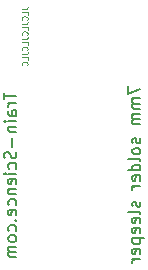
<source format=gbr>
%TF.GenerationSoftware,KiCad,Pcbnew,7.0.7*%
%TF.CreationDate,2023-10-04T11:27:22+02:00*%
%TF.ProjectId,_7mm_sleeper,5f376d6d-5f73-46c6-9565-7065722e6b69,rev?*%
%TF.SameCoordinates,Original*%
%TF.FileFunction,Legend,Bot*%
%TF.FilePolarity,Positive*%
%FSLAX46Y46*%
G04 Gerber Fmt 4.6, Leading zero omitted, Abs format (unit mm)*
G04 Created by KiCad (PCBNEW 7.0.7) date 2023-10-04 11:27:22*
%MOMM*%
%LPD*%
G01*
G04 APERTURE LIST*
%ADD10C,0.150000*%
%ADD11C,0.075000*%
G04 APERTURE END LIST*
D10*
X119869819Y-90041541D02*
X119869819Y-90708207D01*
X119869819Y-90708207D02*
X120869819Y-90279636D01*
X120869819Y-91089160D02*
X120203152Y-91089160D01*
X120298390Y-91089160D02*
X120250771Y-91136779D01*
X120250771Y-91136779D02*
X120203152Y-91232017D01*
X120203152Y-91232017D02*
X120203152Y-91374874D01*
X120203152Y-91374874D02*
X120250771Y-91470112D01*
X120250771Y-91470112D02*
X120346009Y-91517731D01*
X120346009Y-91517731D02*
X120869819Y-91517731D01*
X120346009Y-91517731D02*
X120250771Y-91565350D01*
X120250771Y-91565350D02*
X120203152Y-91660588D01*
X120203152Y-91660588D02*
X120203152Y-91803445D01*
X120203152Y-91803445D02*
X120250771Y-91898684D01*
X120250771Y-91898684D02*
X120346009Y-91946303D01*
X120346009Y-91946303D02*
X120869819Y-91946303D01*
X120869819Y-92422493D02*
X120203152Y-92422493D01*
X120298390Y-92422493D02*
X120250771Y-92470112D01*
X120250771Y-92470112D02*
X120203152Y-92565350D01*
X120203152Y-92565350D02*
X120203152Y-92708207D01*
X120203152Y-92708207D02*
X120250771Y-92803445D01*
X120250771Y-92803445D02*
X120346009Y-92851064D01*
X120346009Y-92851064D02*
X120869819Y-92851064D01*
X120346009Y-92851064D02*
X120250771Y-92898683D01*
X120250771Y-92898683D02*
X120203152Y-92993921D01*
X120203152Y-92993921D02*
X120203152Y-93136778D01*
X120203152Y-93136778D02*
X120250771Y-93232017D01*
X120250771Y-93232017D02*
X120346009Y-93279636D01*
X120346009Y-93279636D02*
X120869819Y-93279636D01*
X120822200Y-94470112D02*
X120869819Y-94565350D01*
X120869819Y-94565350D02*
X120869819Y-94755826D01*
X120869819Y-94755826D02*
X120822200Y-94851064D01*
X120822200Y-94851064D02*
X120726961Y-94898683D01*
X120726961Y-94898683D02*
X120679342Y-94898683D01*
X120679342Y-94898683D02*
X120584104Y-94851064D01*
X120584104Y-94851064D02*
X120536485Y-94755826D01*
X120536485Y-94755826D02*
X120536485Y-94612969D01*
X120536485Y-94612969D02*
X120488866Y-94517731D01*
X120488866Y-94517731D02*
X120393628Y-94470112D01*
X120393628Y-94470112D02*
X120346009Y-94470112D01*
X120346009Y-94470112D02*
X120250771Y-94517731D01*
X120250771Y-94517731D02*
X120203152Y-94612969D01*
X120203152Y-94612969D02*
X120203152Y-94755826D01*
X120203152Y-94755826D02*
X120250771Y-94851064D01*
X120869819Y-95470112D02*
X120822200Y-95374874D01*
X120822200Y-95374874D02*
X120774580Y-95327255D01*
X120774580Y-95327255D02*
X120679342Y-95279636D01*
X120679342Y-95279636D02*
X120393628Y-95279636D01*
X120393628Y-95279636D02*
X120298390Y-95327255D01*
X120298390Y-95327255D02*
X120250771Y-95374874D01*
X120250771Y-95374874D02*
X120203152Y-95470112D01*
X120203152Y-95470112D02*
X120203152Y-95612969D01*
X120203152Y-95612969D02*
X120250771Y-95708207D01*
X120250771Y-95708207D02*
X120298390Y-95755826D01*
X120298390Y-95755826D02*
X120393628Y-95803445D01*
X120393628Y-95803445D02*
X120679342Y-95803445D01*
X120679342Y-95803445D02*
X120774580Y-95755826D01*
X120774580Y-95755826D02*
X120822200Y-95708207D01*
X120822200Y-95708207D02*
X120869819Y-95612969D01*
X120869819Y-95612969D02*
X120869819Y-95470112D01*
X120869819Y-96374874D02*
X120822200Y-96279636D01*
X120822200Y-96279636D02*
X120726961Y-96232017D01*
X120726961Y-96232017D02*
X119869819Y-96232017D01*
X120869819Y-97184398D02*
X119869819Y-97184398D01*
X120822200Y-97184398D02*
X120869819Y-97089160D01*
X120869819Y-97089160D02*
X120869819Y-96898684D01*
X120869819Y-96898684D02*
X120822200Y-96803446D01*
X120822200Y-96803446D02*
X120774580Y-96755827D01*
X120774580Y-96755827D02*
X120679342Y-96708208D01*
X120679342Y-96708208D02*
X120393628Y-96708208D01*
X120393628Y-96708208D02*
X120298390Y-96755827D01*
X120298390Y-96755827D02*
X120250771Y-96803446D01*
X120250771Y-96803446D02*
X120203152Y-96898684D01*
X120203152Y-96898684D02*
X120203152Y-97089160D01*
X120203152Y-97089160D02*
X120250771Y-97184398D01*
X120822200Y-98041541D02*
X120869819Y-97946303D01*
X120869819Y-97946303D02*
X120869819Y-97755827D01*
X120869819Y-97755827D02*
X120822200Y-97660589D01*
X120822200Y-97660589D02*
X120726961Y-97612970D01*
X120726961Y-97612970D02*
X120346009Y-97612970D01*
X120346009Y-97612970D02*
X120250771Y-97660589D01*
X120250771Y-97660589D02*
X120203152Y-97755827D01*
X120203152Y-97755827D02*
X120203152Y-97946303D01*
X120203152Y-97946303D02*
X120250771Y-98041541D01*
X120250771Y-98041541D02*
X120346009Y-98089160D01*
X120346009Y-98089160D02*
X120441247Y-98089160D01*
X120441247Y-98089160D02*
X120536485Y-97612970D01*
X120869819Y-98517732D02*
X120203152Y-98517732D01*
X120393628Y-98517732D02*
X120298390Y-98565351D01*
X120298390Y-98565351D02*
X120250771Y-98612970D01*
X120250771Y-98612970D02*
X120203152Y-98708208D01*
X120203152Y-98708208D02*
X120203152Y-98803446D01*
X120822200Y-99851066D02*
X120869819Y-99946304D01*
X120869819Y-99946304D02*
X120869819Y-100136780D01*
X120869819Y-100136780D02*
X120822200Y-100232018D01*
X120822200Y-100232018D02*
X120726961Y-100279637D01*
X120726961Y-100279637D02*
X120679342Y-100279637D01*
X120679342Y-100279637D02*
X120584104Y-100232018D01*
X120584104Y-100232018D02*
X120536485Y-100136780D01*
X120536485Y-100136780D02*
X120536485Y-99993923D01*
X120536485Y-99993923D02*
X120488866Y-99898685D01*
X120488866Y-99898685D02*
X120393628Y-99851066D01*
X120393628Y-99851066D02*
X120346009Y-99851066D01*
X120346009Y-99851066D02*
X120250771Y-99898685D01*
X120250771Y-99898685D02*
X120203152Y-99993923D01*
X120203152Y-99993923D02*
X120203152Y-100136780D01*
X120203152Y-100136780D02*
X120250771Y-100232018D01*
X120869819Y-100851066D02*
X120822200Y-100755828D01*
X120822200Y-100755828D02*
X120726961Y-100708209D01*
X120726961Y-100708209D02*
X119869819Y-100708209D01*
X120822200Y-101612971D02*
X120869819Y-101517733D01*
X120869819Y-101517733D02*
X120869819Y-101327257D01*
X120869819Y-101327257D02*
X120822200Y-101232019D01*
X120822200Y-101232019D02*
X120726961Y-101184400D01*
X120726961Y-101184400D02*
X120346009Y-101184400D01*
X120346009Y-101184400D02*
X120250771Y-101232019D01*
X120250771Y-101232019D02*
X120203152Y-101327257D01*
X120203152Y-101327257D02*
X120203152Y-101517733D01*
X120203152Y-101517733D02*
X120250771Y-101612971D01*
X120250771Y-101612971D02*
X120346009Y-101660590D01*
X120346009Y-101660590D02*
X120441247Y-101660590D01*
X120441247Y-101660590D02*
X120536485Y-101184400D01*
X120822200Y-102470114D02*
X120869819Y-102374876D01*
X120869819Y-102374876D02*
X120869819Y-102184400D01*
X120869819Y-102184400D02*
X120822200Y-102089162D01*
X120822200Y-102089162D02*
X120726961Y-102041543D01*
X120726961Y-102041543D02*
X120346009Y-102041543D01*
X120346009Y-102041543D02*
X120250771Y-102089162D01*
X120250771Y-102089162D02*
X120203152Y-102184400D01*
X120203152Y-102184400D02*
X120203152Y-102374876D01*
X120203152Y-102374876D02*
X120250771Y-102470114D01*
X120250771Y-102470114D02*
X120346009Y-102517733D01*
X120346009Y-102517733D02*
X120441247Y-102517733D01*
X120441247Y-102517733D02*
X120536485Y-102041543D01*
X120203152Y-102946305D02*
X121203152Y-102946305D01*
X120250771Y-102946305D02*
X120203152Y-103041543D01*
X120203152Y-103041543D02*
X120203152Y-103232019D01*
X120203152Y-103232019D02*
X120250771Y-103327257D01*
X120250771Y-103327257D02*
X120298390Y-103374876D01*
X120298390Y-103374876D02*
X120393628Y-103422495D01*
X120393628Y-103422495D02*
X120679342Y-103422495D01*
X120679342Y-103422495D02*
X120774580Y-103374876D01*
X120774580Y-103374876D02*
X120822200Y-103327257D01*
X120822200Y-103327257D02*
X120869819Y-103232019D01*
X120869819Y-103232019D02*
X120869819Y-103041543D01*
X120869819Y-103041543D02*
X120822200Y-102946305D01*
X120822200Y-104232019D02*
X120869819Y-104136781D01*
X120869819Y-104136781D02*
X120869819Y-103946305D01*
X120869819Y-103946305D02*
X120822200Y-103851067D01*
X120822200Y-103851067D02*
X120726961Y-103803448D01*
X120726961Y-103803448D02*
X120346009Y-103803448D01*
X120346009Y-103803448D02*
X120250771Y-103851067D01*
X120250771Y-103851067D02*
X120203152Y-103946305D01*
X120203152Y-103946305D02*
X120203152Y-104136781D01*
X120203152Y-104136781D02*
X120250771Y-104232019D01*
X120250771Y-104232019D02*
X120346009Y-104279638D01*
X120346009Y-104279638D02*
X120441247Y-104279638D01*
X120441247Y-104279638D02*
X120536485Y-103803448D01*
X120869819Y-104708210D02*
X120203152Y-104708210D01*
X120393628Y-104708210D02*
X120298390Y-104755829D01*
X120298390Y-104755829D02*
X120250771Y-104803448D01*
X120250771Y-104803448D02*
X120203152Y-104898686D01*
X120203152Y-104898686D02*
X120203152Y-104993924D01*
X109369819Y-90593922D02*
X109369819Y-91165350D01*
X110369819Y-90879636D02*
X109369819Y-90879636D01*
X110369819Y-91498684D02*
X109703152Y-91498684D01*
X109893628Y-91498684D02*
X109798390Y-91546303D01*
X109798390Y-91546303D02*
X109750771Y-91593922D01*
X109750771Y-91593922D02*
X109703152Y-91689160D01*
X109703152Y-91689160D02*
X109703152Y-91784398D01*
X110369819Y-92546303D02*
X109846009Y-92546303D01*
X109846009Y-92546303D02*
X109750771Y-92498684D01*
X109750771Y-92498684D02*
X109703152Y-92403446D01*
X109703152Y-92403446D02*
X109703152Y-92212970D01*
X109703152Y-92212970D02*
X109750771Y-92117732D01*
X110322200Y-92546303D02*
X110369819Y-92451065D01*
X110369819Y-92451065D02*
X110369819Y-92212970D01*
X110369819Y-92212970D02*
X110322200Y-92117732D01*
X110322200Y-92117732D02*
X110226961Y-92070113D01*
X110226961Y-92070113D02*
X110131723Y-92070113D01*
X110131723Y-92070113D02*
X110036485Y-92117732D01*
X110036485Y-92117732D02*
X109988866Y-92212970D01*
X109988866Y-92212970D02*
X109988866Y-92451065D01*
X109988866Y-92451065D02*
X109941247Y-92546303D01*
X110369819Y-93022494D02*
X109703152Y-93022494D01*
X109369819Y-93022494D02*
X109417438Y-92974875D01*
X109417438Y-92974875D02*
X109465057Y-93022494D01*
X109465057Y-93022494D02*
X109417438Y-93070113D01*
X109417438Y-93070113D02*
X109369819Y-93022494D01*
X109369819Y-93022494D02*
X109465057Y-93022494D01*
X109703152Y-93498684D02*
X110369819Y-93498684D01*
X109798390Y-93498684D02*
X109750771Y-93546303D01*
X109750771Y-93546303D02*
X109703152Y-93641541D01*
X109703152Y-93641541D02*
X109703152Y-93784398D01*
X109703152Y-93784398D02*
X109750771Y-93879636D01*
X109750771Y-93879636D02*
X109846009Y-93927255D01*
X109846009Y-93927255D02*
X110369819Y-93927255D01*
X109988866Y-94403446D02*
X109988866Y-95165351D01*
X110322200Y-95593922D02*
X110369819Y-95736779D01*
X110369819Y-95736779D02*
X110369819Y-95974874D01*
X110369819Y-95974874D02*
X110322200Y-96070112D01*
X110322200Y-96070112D02*
X110274580Y-96117731D01*
X110274580Y-96117731D02*
X110179342Y-96165350D01*
X110179342Y-96165350D02*
X110084104Y-96165350D01*
X110084104Y-96165350D02*
X109988866Y-96117731D01*
X109988866Y-96117731D02*
X109941247Y-96070112D01*
X109941247Y-96070112D02*
X109893628Y-95974874D01*
X109893628Y-95974874D02*
X109846009Y-95784398D01*
X109846009Y-95784398D02*
X109798390Y-95689160D01*
X109798390Y-95689160D02*
X109750771Y-95641541D01*
X109750771Y-95641541D02*
X109655533Y-95593922D01*
X109655533Y-95593922D02*
X109560295Y-95593922D01*
X109560295Y-95593922D02*
X109465057Y-95641541D01*
X109465057Y-95641541D02*
X109417438Y-95689160D01*
X109417438Y-95689160D02*
X109369819Y-95784398D01*
X109369819Y-95784398D02*
X109369819Y-96022493D01*
X109369819Y-96022493D02*
X109417438Y-96165350D01*
X110322200Y-97022493D02*
X110369819Y-96927255D01*
X110369819Y-96927255D02*
X110369819Y-96736779D01*
X110369819Y-96736779D02*
X110322200Y-96641541D01*
X110322200Y-96641541D02*
X110274580Y-96593922D01*
X110274580Y-96593922D02*
X110179342Y-96546303D01*
X110179342Y-96546303D02*
X109893628Y-96546303D01*
X109893628Y-96546303D02*
X109798390Y-96593922D01*
X109798390Y-96593922D02*
X109750771Y-96641541D01*
X109750771Y-96641541D02*
X109703152Y-96736779D01*
X109703152Y-96736779D02*
X109703152Y-96927255D01*
X109703152Y-96927255D02*
X109750771Y-97022493D01*
X110369819Y-97451065D02*
X109703152Y-97451065D01*
X109369819Y-97451065D02*
X109417438Y-97403446D01*
X109417438Y-97403446D02*
X109465057Y-97451065D01*
X109465057Y-97451065D02*
X109417438Y-97498684D01*
X109417438Y-97498684D02*
X109369819Y-97451065D01*
X109369819Y-97451065D02*
X109465057Y-97451065D01*
X110322200Y-98308207D02*
X110369819Y-98212969D01*
X110369819Y-98212969D02*
X110369819Y-98022493D01*
X110369819Y-98022493D02*
X110322200Y-97927255D01*
X110322200Y-97927255D02*
X110226961Y-97879636D01*
X110226961Y-97879636D02*
X109846009Y-97879636D01*
X109846009Y-97879636D02*
X109750771Y-97927255D01*
X109750771Y-97927255D02*
X109703152Y-98022493D01*
X109703152Y-98022493D02*
X109703152Y-98212969D01*
X109703152Y-98212969D02*
X109750771Y-98308207D01*
X109750771Y-98308207D02*
X109846009Y-98355826D01*
X109846009Y-98355826D02*
X109941247Y-98355826D01*
X109941247Y-98355826D02*
X110036485Y-97879636D01*
X109703152Y-98784398D02*
X110369819Y-98784398D01*
X109798390Y-98784398D02*
X109750771Y-98832017D01*
X109750771Y-98832017D02*
X109703152Y-98927255D01*
X109703152Y-98927255D02*
X109703152Y-99070112D01*
X109703152Y-99070112D02*
X109750771Y-99165350D01*
X109750771Y-99165350D02*
X109846009Y-99212969D01*
X109846009Y-99212969D02*
X110369819Y-99212969D01*
X110322200Y-100117731D02*
X110369819Y-100022493D01*
X110369819Y-100022493D02*
X110369819Y-99832017D01*
X110369819Y-99832017D02*
X110322200Y-99736779D01*
X110322200Y-99736779D02*
X110274580Y-99689160D01*
X110274580Y-99689160D02*
X110179342Y-99641541D01*
X110179342Y-99641541D02*
X109893628Y-99641541D01*
X109893628Y-99641541D02*
X109798390Y-99689160D01*
X109798390Y-99689160D02*
X109750771Y-99736779D01*
X109750771Y-99736779D02*
X109703152Y-99832017D01*
X109703152Y-99832017D02*
X109703152Y-100022493D01*
X109703152Y-100022493D02*
X109750771Y-100117731D01*
X110322200Y-100927255D02*
X110369819Y-100832017D01*
X110369819Y-100832017D02*
X110369819Y-100641541D01*
X110369819Y-100641541D02*
X110322200Y-100546303D01*
X110322200Y-100546303D02*
X110226961Y-100498684D01*
X110226961Y-100498684D02*
X109846009Y-100498684D01*
X109846009Y-100498684D02*
X109750771Y-100546303D01*
X109750771Y-100546303D02*
X109703152Y-100641541D01*
X109703152Y-100641541D02*
X109703152Y-100832017D01*
X109703152Y-100832017D02*
X109750771Y-100927255D01*
X109750771Y-100927255D02*
X109846009Y-100974874D01*
X109846009Y-100974874D02*
X109941247Y-100974874D01*
X109941247Y-100974874D02*
X110036485Y-100498684D01*
X110274580Y-101403446D02*
X110322200Y-101451065D01*
X110322200Y-101451065D02*
X110369819Y-101403446D01*
X110369819Y-101403446D02*
X110322200Y-101355827D01*
X110322200Y-101355827D02*
X110274580Y-101403446D01*
X110274580Y-101403446D02*
X110369819Y-101403446D01*
X110322200Y-102308207D02*
X110369819Y-102212969D01*
X110369819Y-102212969D02*
X110369819Y-102022493D01*
X110369819Y-102022493D02*
X110322200Y-101927255D01*
X110322200Y-101927255D02*
X110274580Y-101879636D01*
X110274580Y-101879636D02*
X110179342Y-101832017D01*
X110179342Y-101832017D02*
X109893628Y-101832017D01*
X109893628Y-101832017D02*
X109798390Y-101879636D01*
X109798390Y-101879636D02*
X109750771Y-101927255D01*
X109750771Y-101927255D02*
X109703152Y-102022493D01*
X109703152Y-102022493D02*
X109703152Y-102212969D01*
X109703152Y-102212969D02*
X109750771Y-102308207D01*
X110369819Y-102879636D02*
X110322200Y-102784398D01*
X110322200Y-102784398D02*
X110274580Y-102736779D01*
X110274580Y-102736779D02*
X110179342Y-102689160D01*
X110179342Y-102689160D02*
X109893628Y-102689160D01*
X109893628Y-102689160D02*
X109798390Y-102736779D01*
X109798390Y-102736779D02*
X109750771Y-102784398D01*
X109750771Y-102784398D02*
X109703152Y-102879636D01*
X109703152Y-102879636D02*
X109703152Y-103022493D01*
X109703152Y-103022493D02*
X109750771Y-103117731D01*
X109750771Y-103117731D02*
X109798390Y-103165350D01*
X109798390Y-103165350D02*
X109893628Y-103212969D01*
X109893628Y-103212969D02*
X110179342Y-103212969D01*
X110179342Y-103212969D02*
X110274580Y-103165350D01*
X110274580Y-103165350D02*
X110322200Y-103117731D01*
X110322200Y-103117731D02*
X110369819Y-103022493D01*
X110369819Y-103022493D02*
X110369819Y-102879636D01*
X110369819Y-103641541D02*
X109703152Y-103641541D01*
X109798390Y-103641541D02*
X109750771Y-103689160D01*
X109750771Y-103689160D02*
X109703152Y-103784398D01*
X109703152Y-103784398D02*
X109703152Y-103927255D01*
X109703152Y-103927255D02*
X109750771Y-104022493D01*
X109750771Y-104022493D02*
X109846009Y-104070112D01*
X109846009Y-104070112D02*
X110369819Y-104070112D01*
X109846009Y-104070112D02*
X109750771Y-104117731D01*
X109750771Y-104117731D02*
X109703152Y-104212969D01*
X109703152Y-104212969D02*
X109703152Y-104355826D01*
X109703152Y-104355826D02*
X109750771Y-104451065D01*
X109750771Y-104451065D02*
X109846009Y-104498684D01*
X109846009Y-104498684D02*
X110369819Y-104498684D01*
D11*
X110834909Y-83511246D02*
X111192052Y-83511246D01*
X111192052Y-83511246D02*
X111263480Y-83487437D01*
X111263480Y-83487437D02*
X111311100Y-83439818D01*
X111311100Y-83439818D02*
X111334909Y-83368389D01*
X111334909Y-83368389D02*
X111334909Y-83320770D01*
X111334909Y-83987436D02*
X111334909Y-83749341D01*
X111334909Y-83749341D02*
X110834909Y-83749341D01*
X111287290Y-84439817D02*
X111311100Y-84416008D01*
X111311100Y-84416008D02*
X111334909Y-84344579D01*
X111334909Y-84344579D02*
X111334909Y-84296960D01*
X111334909Y-84296960D02*
X111311100Y-84225532D01*
X111311100Y-84225532D02*
X111263480Y-84177913D01*
X111263480Y-84177913D02*
X111215861Y-84154103D01*
X111215861Y-84154103D02*
X111120623Y-84130294D01*
X111120623Y-84130294D02*
X111049195Y-84130294D01*
X111049195Y-84130294D02*
X110953957Y-84154103D01*
X110953957Y-84154103D02*
X110906338Y-84177913D01*
X110906338Y-84177913D02*
X110858719Y-84225532D01*
X110858719Y-84225532D02*
X110834909Y-84296960D01*
X110834909Y-84296960D02*
X110834909Y-84344579D01*
X110834909Y-84344579D02*
X110858719Y-84416008D01*
X110858719Y-84416008D02*
X110882528Y-84439817D01*
X110834909Y-84796960D02*
X111192052Y-84796960D01*
X111192052Y-84796960D02*
X111263480Y-84773151D01*
X111263480Y-84773151D02*
X111311100Y-84725532D01*
X111311100Y-84725532D02*
X111334909Y-84654103D01*
X111334909Y-84654103D02*
X111334909Y-84606484D01*
X111334909Y-85273150D02*
X111334909Y-85035055D01*
X111334909Y-85035055D02*
X110834909Y-85035055D01*
X111287290Y-85725531D02*
X111311100Y-85701722D01*
X111311100Y-85701722D02*
X111334909Y-85630293D01*
X111334909Y-85630293D02*
X111334909Y-85582674D01*
X111334909Y-85582674D02*
X111311100Y-85511246D01*
X111311100Y-85511246D02*
X111263480Y-85463627D01*
X111263480Y-85463627D02*
X111215861Y-85439817D01*
X111215861Y-85439817D02*
X111120623Y-85416008D01*
X111120623Y-85416008D02*
X111049195Y-85416008D01*
X111049195Y-85416008D02*
X110953957Y-85439817D01*
X110953957Y-85439817D02*
X110906338Y-85463627D01*
X110906338Y-85463627D02*
X110858719Y-85511246D01*
X110858719Y-85511246D02*
X110834909Y-85582674D01*
X110834909Y-85582674D02*
X110834909Y-85630293D01*
X110834909Y-85630293D02*
X110858719Y-85701722D01*
X110858719Y-85701722D02*
X110882528Y-85725531D01*
X110834909Y-86082674D02*
X111192052Y-86082674D01*
X111192052Y-86082674D02*
X111263480Y-86058865D01*
X111263480Y-86058865D02*
X111311100Y-86011246D01*
X111311100Y-86011246D02*
X111334909Y-85939817D01*
X111334909Y-85939817D02*
X111334909Y-85892198D01*
X111334909Y-86558864D02*
X111334909Y-86320769D01*
X111334909Y-86320769D02*
X110834909Y-86320769D01*
X111287290Y-87011245D02*
X111311100Y-86987436D01*
X111311100Y-86987436D02*
X111334909Y-86916007D01*
X111334909Y-86916007D02*
X111334909Y-86868388D01*
X111334909Y-86868388D02*
X111311100Y-86796960D01*
X111311100Y-86796960D02*
X111263480Y-86749341D01*
X111263480Y-86749341D02*
X111215861Y-86725531D01*
X111215861Y-86725531D02*
X111120623Y-86701722D01*
X111120623Y-86701722D02*
X111049195Y-86701722D01*
X111049195Y-86701722D02*
X110953957Y-86725531D01*
X110953957Y-86725531D02*
X110906338Y-86749341D01*
X110906338Y-86749341D02*
X110858719Y-86796960D01*
X110858719Y-86796960D02*
X110834909Y-86868388D01*
X110834909Y-86868388D02*
X110834909Y-86916007D01*
X110834909Y-86916007D02*
X110858719Y-86987436D01*
X110858719Y-86987436D02*
X110882528Y-87011245D01*
X110834909Y-87368388D02*
X111192052Y-87368388D01*
X111192052Y-87368388D02*
X111263480Y-87344579D01*
X111263480Y-87344579D02*
X111311100Y-87296960D01*
X111311100Y-87296960D02*
X111334909Y-87225531D01*
X111334909Y-87225531D02*
X111334909Y-87177912D01*
X111334909Y-87844578D02*
X111334909Y-87606483D01*
X111334909Y-87606483D02*
X110834909Y-87606483D01*
X111287290Y-88296959D02*
X111311100Y-88273150D01*
X111311100Y-88273150D02*
X111334909Y-88201721D01*
X111334909Y-88201721D02*
X111334909Y-88154102D01*
X111334909Y-88154102D02*
X111311100Y-88082674D01*
X111311100Y-88082674D02*
X111263480Y-88035055D01*
X111263480Y-88035055D02*
X111215861Y-88011245D01*
X111215861Y-88011245D02*
X111120623Y-87987436D01*
X111120623Y-87987436D02*
X111049195Y-87987436D01*
X111049195Y-87987436D02*
X110953957Y-88011245D01*
X110953957Y-88011245D02*
X110906338Y-88035055D01*
X110906338Y-88035055D02*
X110858719Y-88082674D01*
X110858719Y-88082674D02*
X110834909Y-88154102D01*
X110834909Y-88154102D02*
X110834909Y-88201721D01*
X110834909Y-88201721D02*
X110858719Y-88273150D01*
X110858719Y-88273150D02*
X110882528Y-88296959D01*
%LPC*%
%LPD*%
M02*

</source>
